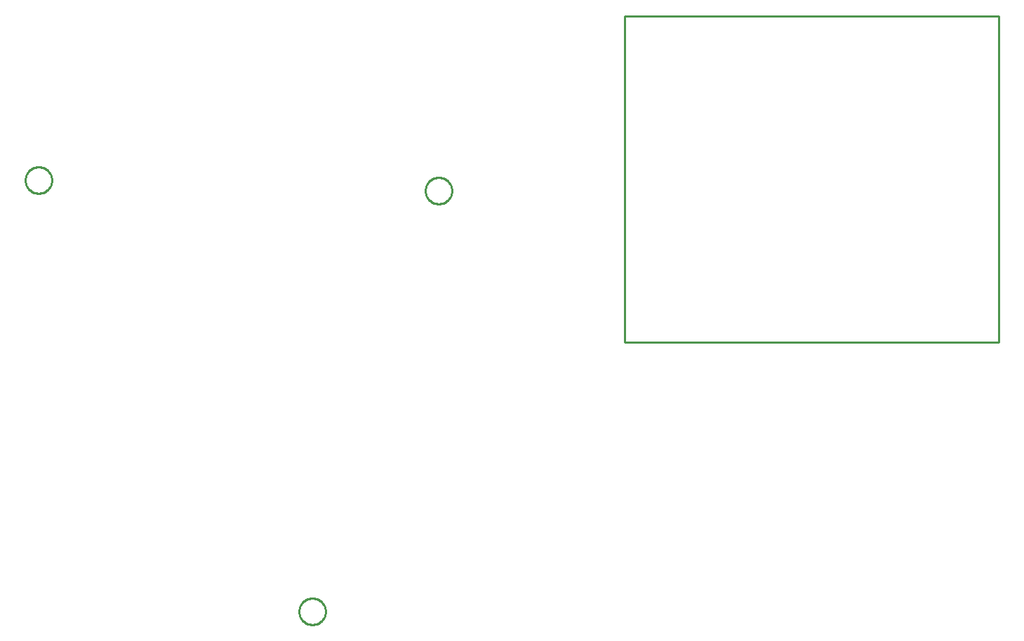
<source format=gko>
G04 EAGLE Gerber RS-274X export*
G75*
%MOMM*%
%FSLAX34Y34*%
%LPD*%
%INBoard Outline*%
%IPPOS*%
%AMOC8*
5,1,8,0,0,1.08239X$1,22.5*%
G01*
%ADD10C,0.000000*%
%ADD11C,0.254000*%


D10*
X-22860Y355600D02*
X428500Y355600D01*
X428500Y749200D01*
X-22860Y749200D01*
X-22860Y355600D01*
X-262775Y538400D02*
X-262770Y538790D01*
X-262756Y539179D01*
X-262732Y539568D01*
X-262699Y539956D01*
X-262656Y540343D01*
X-262603Y540729D01*
X-262541Y541114D01*
X-262470Y541497D01*
X-262389Y541878D01*
X-262299Y542257D01*
X-262200Y542634D01*
X-262091Y543008D01*
X-261974Y543380D01*
X-261847Y543748D01*
X-261711Y544113D01*
X-261567Y544475D01*
X-261413Y544833D01*
X-261251Y545187D01*
X-261080Y545538D01*
X-260901Y545883D01*
X-260713Y546225D01*
X-260516Y546561D01*
X-260312Y546893D01*
X-260100Y547220D01*
X-259879Y547541D01*
X-259651Y547857D01*
X-259415Y548167D01*
X-259172Y548471D01*
X-258921Y548769D01*
X-258663Y549061D01*
X-258397Y549346D01*
X-258125Y549625D01*
X-257846Y549897D01*
X-257561Y550163D01*
X-257269Y550421D01*
X-256971Y550672D01*
X-256667Y550915D01*
X-256357Y551151D01*
X-256041Y551379D01*
X-255720Y551600D01*
X-255393Y551812D01*
X-255061Y552016D01*
X-254725Y552213D01*
X-254383Y552401D01*
X-254038Y552580D01*
X-253687Y552751D01*
X-253333Y552913D01*
X-252975Y553067D01*
X-252613Y553211D01*
X-252248Y553347D01*
X-251880Y553474D01*
X-251508Y553591D01*
X-251134Y553700D01*
X-250757Y553799D01*
X-250378Y553889D01*
X-249997Y553970D01*
X-249614Y554041D01*
X-249229Y554103D01*
X-248843Y554156D01*
X-248456Y554199D01*
X-248068Y554232D01*
X-247679Y554256D01*
X-247290Y554270D01*
X-246900Y554275D01*
X-246510Y554270D01*
X-246121Y554256D01*
X-245732Y554232D01*
X-245344Y554199D01*
X-244957Y554156D01*
X-244571Y554103D01*
X-244186Y554041D01*
X-243803Y553970D01*
X-243422Y553889D01*
X-243043Y553799D01*
X-242666Y553700D01*
X-242292Y553591D01*
X-241920Y553474D01*
X-241552Y553347D01*
X-241187Y553211D01*
X-240825Y553067D01*
X-240467Y552913D01*
X-240113Y552751D01*
X-239762Y552580D01*
X-239417Y552401D01*
X-239075Y552213D01*
X-238739Y552016D01*
X-238407Y551812D01*
X-238080Y551600D01*
X-237759Y551379D01*
X-237443Y551151D01*
X-237133Y550915D01*
X-236829Y550672D01*
X-236531Y550421D01*
X-236239Y550163D01*
X-235954Y549897D01*
X-235675Y549625D01*
X-235403Y549346D01*
X-235137Y549061D01*
X-234879Y548769D01*
X-234628Y548471D01*
X-234385Y548167D01*
X-234149Y547857D01*
X-233921Y547541D01*
X-233700Y547220D01*
X-233488Y546893D01*
X-233284Y546561D01*
X-233087Y546225D01*
X-232899Y545883D01*
X-232720Y545538D01*
X-232549Y545187D01*
X-232387Y544833D01*
X-232233Y544475D01*
X-232089Y544113D01*
X-231953Y543748D01*
X-231826Y543380D01*
X-231709Y543008D01*
X-231600Y542634D01*
X-231501Y542257D01*
X-231411Y541878D01*
X-231330Y541497D01*
X-231259Y541114D01*
X-231197Y540729D01*
X-231144Y540343D01*
X-231101Y539956D01*
X-231068Y539568D01*
X-231044Y539179D01*
X-231030Y538790D01*
X-231025Y538400D01*
X-231030Y538010D01*
X-231044Y537621D01*
X-231068Y537232D01*
X-231101Y536844D01*
X-231144Y536457D01*
X-231197Y536071D01*
X-231259Y535686D01*
X-231330Y535303D01*
X-231411Y534922D01*
X-231501Y534543D01*
X-231600Y534166D01*
X-231709Y533792D01*
X-231826Y533420D01*
X-231953Y533052D01*
X-232089Y532687D01*
X-232233Y532325D01*
X-232387Y531967D01*
X-232549Y531613D01*
X-232720Y531262D01*
X-232899Y530917D01*
X-233087Y530575D01*
X-233284Y530239D01*
X-233488Y529907D01*
X-233700Y529580D01*
X-233921Y529259D01*
X-234149Y528943D01*
X-234385Y528633D01*
X-234628Y528329D01*
X-234879Y528031D01*
X-235137Y527739D01*
X-235403Y527454D01*
X-235675Y527175D01*
X-235954Y526903D01*
X-236239Y526637D01*
X-236531Y526379D01*
X-236829Y526128D01*
X-237133Y525885D01*
X-237443Y525649D01*
X-237759Y525421D01*
X-238080Y525200D01*
X-238407Y524988D01*
X-238739Y524784D01*
X-239075Y524587D01*
X-239417Y524399D01*
X-239762Y524220D01*
X-240113Y524049D01*
X-240467Y523887D01*
X-240825Y523733D01*
X-241187Y523589D01*
X-241552Y523453D01*
X-241920Y523326D01*
X-242292Y523209D01*
X-242666Y523100D01*
X-243043Y523001D01*
X-243422Y522911D01*
X-243803Y522830D01*
X-244186Y522759D01*
X-244571Y522697D01*
X-244957Y522644D01*
X-245344Y522601D01*
X-245732Y522568D01*
X-246121Y522544D01*
X-246510Y522530D01*
X-246900Y522525D01*
X-247290Y522530D01*
X-247679Y522544D01*
X-248068Y522568D01*
X-248456Y522601D01*
X-248843Y522644D01*
X-249229Y522697D01*
X-249614Y522759D01*
X-249997Y522830D01*
X-250378Y522911D01*
X-250757Y523001D01*
X-251134Y523100D01*
X-251508Y523209D01*
X-251880Y523326D01*
X-252248Y523453D01*
X-252613Y523589D01*
X-252975Y523733D01*
X-253333Y523887D01*
X-253687Y524049D01*
X-254038Y524220D01*
X-254383Y524399D01*
X-254725Y524587D01*
X-255061Y524784D01*
X-255393Y524988D01*
X-255720Y525200D01*
X-256041Y525421D01*
X-256357Y525649D01*
X-256667Y525885D01*
X-256971Y526128D01*
X-257269Y526379D01*
X-257561Y526637D01*
X-257846Y526903D01*
X-258125Y527175D01*
X-258397Y527454D01*
X-258663Y527739D01*
X-258921Y528031D01*
X-259172Y528329D01*
X-259415Y528633D01*
X-259651Y528943D01*
X-259879Y529259D01*
X-260100Y529580D01*
X-260312Y529907D01*
X-260516Y530239D01*
X-260713Y530575D01*
X-260901Y530917D01*
X-261080Y531262D01*
X-261251Y531613D01*
X-261413Y531967D01*
X-261567Y532325D01*
X-261711Y532687D01*
X-261847Y533052D01*
X-261974Y533420D01*
X-262091Y533792D01*
X-262200Y534166D01*
X-262299Y534543D01*
X-262389Y534922D01*
X-262470Y535303D01*
X-262541Y535686D01*
X-262603Y536071D01*
X-262656Y536457D01*
X-262699Y536844D01*
X-262732Y537232D01*
X-262756Y537621D01*
X-262770Y538010D01*
X-262775Y538400D01*
X-745375Y551100D02*
X-745370Y551490D01*
X-745356Y551879D01*
X-745332Y552268D01*
X-745299Y552656D01*
X-745256Y553043D01*
X-745203Y553429D01*
X-745141Y553814D01*
X-745070Y554197D01*
X-744989Y554578D01*
X-744899Y554957D01*
X-744800Y555334D01*
X-744691Y555708D01*
X-744574Y556080D01*
X-744447Y556448D01*
X-744311Y556813D01*
X-744167Y557175D01*
X-744013Y557533D01*
X-743851Y557887D01*
X-743680Y558238D01*
X-743501Y558583D01*
X-743313Y558925D01*
X-743116Y559261D01*
X-742912Y559593D01*
X-742700Y559920D01*
X-742479Y560241D01*
X-742251Y560557D01*
X-742015Y560867D01*
X-741772Y561171D01*
X-741521Y561469D01*
X-741263Y561761D01*
X-740997Y562046D01*
X-740725Y562325D01*
X-740446Y562597D01*
X-740161Y562863D01*
X-739869Y563121D01*
X-739571Y563372D01*
X-739267Y563615D01*
X-738957Y563851D01*
X-738641Y564079D01*
X-738320Y564300D01*
X-737993Y564512D01*
X-737661Y564716D01*
X-737325Y564913D01*
X-736983Y565101D01*
X-736638Y565280D01*
X-736287Y565451D01*
X-735933Y565613D01*
X-735575Y565767D01*
X-735213Y565911D01*
X-734848Y566047D01*
X-734480Y566174D01*
X-734108Y566291D01*
X-733734Y566400D01*
X-733357Y566499D01*
X-732978Y566589D01*
X-732597Y566670D01*
X-732214Y566741D01*
X-731829Y566803D01*
X-731443Y566856D01*
X-731056Y566899D01*
X-730668Y566932D01*
X-730279Y566956D01*
X-729890Y566970D01*
X-729500Y566975D01*
X-729110Y566970D01*
X-728721Y566956D01*
X-728332Y566932D01*
X-727944Y566899D01*
X-727557Y566856D01*
X-727171Y566803D01*
X-726786Y566741D01*
X-726403Y566670D01*
X-726022Y566589D01*
X-725643Y566499D01*
X-725266Y566400D01*
X-724892Y566291D01*
X-724520Y566174D01*
X-724152Y566047D01*
X-723787Y565911D01*
X-723425Y565767D01*
X-723067Y565613D01*
X-722713Y565451D01*
X-722362Y565280D01*
X-722017Y565101D01*
X-721675Y564913D01*
X-721339Y564716D01*
X-721007Y564512D01*
X-720680Y564300D01*
X-720359Y564079D01*
X-720043Y563851D01*
X-719733Y563615D01*
X-719429Y563372D01*
X-719131Y563121D01*
X-718839Y562863D01*
X-718554Y562597D01*
X-718275Y562325D01*
X-718003Y562046D01*
X-717737Y561761D01*
X-717479Y561469D01*
X-717228Y561171D01*
X-716985Y560867D01*
X-716749Y560557D01*
X-716521Y560241D01*
X-716300Y559920D01*
X-716088Y559593D01*
X-715884Y559261D01*
X-715687Y558925D01*
X-715499Y558583D01*
X-715320Y558238D01*
X-715149Y557887D01*
X-714987Y557533D01*
X-714833Y557175D01*
X-714689Y556813D01*
X-714553Y556448D01*
X-714426Y556080D01*
X-714309Y555708D01*
X-714200Y555334D01*
X-714101Y554957D01*
X-714011Y554578D01*
X-713930Y554197D01*
X-713859Y553814D01*
X-713797Y553429D01*
X-713744Y553043D01*
X-713701Y552656D01*
X-713668Y552268D01*
X-713644Y551879D01*
X-713630Y551490D01*
X-713625Y551100D01*
X-713630Y550710D01*
X-713644Y550321D01*
X-713668Y549932D01*
X-713701Y549544D01*
X-713744Y549157D01*
X-713797Y548771D01*
X-713859Y548386D01*
X-713930Y548003D01*
X-714011Y547622D01*
X-714101Y547243D01*
X-714200Y546866D01*
X-714309Y546492D01*
X-714426Y546120D01*
X-714553Y545752D01*
X-714689Y545387D01*
X-714833Y545025D01*
X-714987Y544667D01*
X-715149Y544313D01*
X-715320Y543962D01*
X-715499Y543617D01*
X-715687Y543275D01*
X-715884Y542939D01*
X-716088Y542607D01*
X-716300Y542280D01*
X-716521Y541959D01*
X-716749Y541643D01*
X-716985Y541333D01*
X-717228Y541029D01*
X-717479Y540731D01*
X-717737Y540439D01*
X-718003Y540154D01*
X-718275Y539875D01*
X-718554Y539603D01*
X-718839Y539337D01*
X-719131Y539079D01*
X-719429Y538828D01*
X-719733Y538585D01*
X-720043Y538349D01*
X-720359Y538121D01*
X-720680Y537900D01*
X-721007Y537688D01*
X-721339Y537484D01*
X-721675Y537287D01*
X-722017Y537099D01*
X-722362Y536920D01*
X-722713Y536749D01*
X-723067Y536587D01*
X-723425Y536433D01*
X-723787Y536289D01*
X-724152Y536153D01*
X-724520Y536026D01*
X-724892Y535909D01*
X-725266Y535800D01*
X-725643Y535701D01*
X-726022Y535611D01*
X-726403Y535530D01*
X-726786Y535459D01*
X-727171Y535397D01*
X-727557Y535344D01*
X-727944Y535301D01*
X-728332Y535268D01*
X-728721Y535244D01*
X-729110Y535230D01*
X-729500Y535225D01*
X-729890Y535230D01*
X-730279Y535244D01*
X-730668Y535268D01*
X-731056Y535301D01*
X-731443Y535344D01*
X-731829Y535397D01*
X-732214Y535459D01*
X-732597Y535530D01*
X-732978Y535611D01*
X-733357Y535701D01*
X-733734Y535800D01*
X-734108Y535909D01*
X-734480Y536026D01*
X-734848Y536153D01*
X-735213Y536289D01*
X-735575Y536433D01*
X-735933Y536587D01*
X-736287Y536749D01*
X-736638Y536920D01*
X-736983Y537099D01*
X-737325Y537287D01*
X-737661Y537484D01*
X-737993Y537688D01*
X-738320Y537900D01*
X-738641Y538121D01*
X-738957Y538349D01*
X-739267Y538585D01*
X-739571Y538828D01*
X-739869Y539079D01*
X-740161Y539337D01*
X-740446Y539603D01*
X-740725Y539875D01*
X-740997Y540154D01*
X-741263Y540439D01*
X-741521Y540731D01*
X-741772Y541029D01*
X-742015Y541333D01*
X-742251Y541643D01*
X-742479Y541959D01*
X-742700Y542280D01*
X-742912Y542607D01*
X-743116Y542939D01*
X-743313Y543275D01*
X-743501Y543617D01*
X-743680Y543962D01*
X-743851Y544313D01*
X-744013Y544667D01*
X-744167Y545025D01*
X-744311Y545387D01*
X-744447Y545752D01*
X-744574Y546120D01*
X-744691Y546492D01*
X-744800Y546866D01*
X-744899Y547243D01*
X-744989Y547622D01*
X-745070Y548003D01*
X-745141Y548386D01*
X-745203Y548771D01*
X-745256Y549157D01*
X-745299Y549544D01*
X-745332Y549932D01*
X-745356Y550321D01*
X-745370Y550710D01*
X-745375Y551100D01*
X-415175Y30400D02*
X-415170Y30790D01*
X-415156Y31179D01*
X-415132Y31568D01*
X-415099Y31956D01*
X-415056Y32343D01*
X-415003Y32729D01*
X-414941Y33114D01*
X-414870Y33497D01*
X-414789Y33878D01*
X-414699Y34257D01*
X-414600Y34634D01*
X-414491Y35008D01*
X-414374Y35380D01*
X-414247Y35748D01*
X-414111Y36113D01*
X-413967Y36475D01*
X-413813Y36833D01*
X-413651Y37187D01*
X-413480Y37538D01*
X-413301Y37883D01*
X-413113Y38225D01*
X-412916Y38561D01*
X-412712Y38893D01*
X-412500Y39220D01*
X-412279Y39541D01*
X-412051Y39857D01*
X-411815Y40167D01*
X-411572Y40471D01*
X-411321Y40769D01*
X-411063Y41061D01*
X-410797Y41346D01*
X-410525Y41625D01*
X-410246Y41897D01*
X-409961Y42163D01*
X-409669Y42421D01*
X-409371Y42672D01*
X-409067Y42915D01*
X-408757Y43151D01*
X-408441Y43379D01*
X-408120Y43600D01*
X-407793Y43812D01*
X-407461Y44016D01*
X-407125Y44213D01*
X-406783Y44401D01*
X-406438Y44580D01*
X-406087Y44751D01*
X-405733Y44913D01*
X-405375Y45067D01*
X-405013Y45211D01*
X-404648Y45347D01*
X-404280Y45474D01*
X-403908Y45591D01*
X-403534Y45700D01*
X-403157Y45799D01*
X-402778Y45889D01*
X-402397Y45970D01*
X-402014Y46041D01*
X-401629Y46103D01*
X-401243Y46156D01*
X-400856Y46199D01*
X-400468Y46232D01*
X-400079Y46256D01*
X-399690Y46270D01*
X-399300Y46275D01*
X-398910Y46270D01*
X-398521Y46256D01*
X-398132Y46232D01*
X-397744Y46199D01*
X-397357Y46156D01*
X-396971Y46103D01*
X-396586Y46041D01*
X-396203Y45970D01*
X-395822Y45889D01*
X-395443Y45799D01*
X-395066Y45700D01*
X-394692Y45591D01*
X-394320Y45474D01*
X-393952Y45347D01*
X-393587Y45211D01*
X-393225Y45067D01*
X-392867Y44913D01*
X-392513Y44751D01*
X-392162Y44580D01*
X-391817Y44401D01*
X-391475Y44213D01*
X-391139Y44016D01*
X-390807Y43812D01*
X-390480Y43600D01*
X-390159Y43379D01*
X-389843Y43151D01*
X-389533Y42915D01*
X-389229Y42672D01*
X-388931Y42421D01*
X-388639Y42163D01*
X-388354Y41897D01*
X-388075Y41625D01*
X-387803Y41346D01*
X-387537Y41061D01*
X-387279Y40769D01*
X-387028Y40471D01*
X-386785Y40167D01*
X-386549Y39857D01*
X-386321Y39541D01*
X-386100Y39220D01*
X-385888Y38893D01*
X-385684Y38561D01*
X-385487Y38225D01*
X-385299Y37883D01*
X-385120Y37538D01*
X-384949Y37187D01*
X-384787Y36833D01*
X-384633Y36475D01*
X-384489Y36113D01*
X-384353Y35748D01*
X-384226Y35380D01*
X-384109Y35008D01*
X-384000Y34634D01*
X-383901Y34257D01*
X-383811Y33878D01*
X-383730Y33497D01*
X-383659Y33114D01*
X-383597Y32729D01*
X-383544Y32343D01*
X-383501Y31956D01*
X-383468Y31568D01*
X-383444Y31179D01*
X-383430Y30790D01*
X-383425Y30400D01*
X-383430Y30010D01*
X-383444Y29621D01*
X-383468Y29232D01*
X-383501Y28844D01*
X-383544Y28457D01*
X-383597Y28071D01*
X-383659Y27686D01*
X-383730Y27303D01*
X-383811Y26922D01*
X-383901Y26543D01*
X-384000Y26166D01*
X-384109Y25792D01*
X-384226Y25420D01*
X-384353Y25052D01*
X-384489Y24687D01*
X-384633Y24325D01*
X-384787Y23967D01*
X-384949Y23613D01*
X-385120Y23262D01*
X-385299Y22917D01*
X-385487Y22575D01*
X-385684Y22239D01*
X-385888Y21907D01*
X-386100Y21580D01*
X-386321Y21259D01*
X-386549Y20943D01*
X-386785Y20633D01*
X-387028Y20329D01*
X-387279Y20031D01*
X-387537Y19739D01*
X-387803Y19454D01*
X-388075Y19175D01*
X-388354Y18903D01*
X-388639Y18637D01*
X-388931Y18379D01*
X-389229Y18128D01*
X-389533Y17885D01*
X-389843Y17649D01*
X-390159Y17421D01*
X-390480Y17200D01*
X-390807Y16988D01*
X-391139Y16784D01*
X-391475Y16587D01*
X-391817Y16399D01*
X-392162Y16220D01*
X-392513Y16049D01*
X-392867Y15887D01*
X-393225Y15733D01*
X-393587Y15589D01*
X-393952Y15453D01*
X-394320Y15326D01*
X-394692Y15209D01*
X-395066Y15100D01*
X-395443Y15001D01*
X-395822Y14911D01*
X-396203Y14830D01*
X-396586Y14759D01*
X-396971Y14697D01*
X-397357Y14644D01*
X-397744Y14601D01*
X-398132Y14568D01*
X-398521Y14544D01*
X-398910Y14530D01*
X-399300Y14525D01*
X-399690Y14530D01*
X-400079Y14544D01*
X-400468Y14568D01*
X-400856Y14601D01*
X-401243Y14644D01*
X-401629Y14697D01*
X-402014Y14759D01*
X-402397Y14830D01*
X-402778Y14911D01*
X-403157Y15001D01*
X-403534Y15100D01*
X-403908Y15209D01*
X-404280Y15326D01*
X-404648Y15453D01*
X-405013Y15589D01*
X-405375Y15733D01*
X-405733Y15887D01*
X-406087Y16049D01*
X-406438Y16220D01*
X-406783Y16399D01*
X-407125Y16587D01*
X-407461Y16784D01*
X-407793Y16988D01*
X-408120Y17200D01*
X-408441Y17421D01*
X-408757Y17649D01*
X-409067Y17885D01*
X-409371Y18128D01*
X-409669Y18379D01*
X-409961Y18637D01*
X-410246Y18903D01*
X-410525Y19175D01*
X-410797Y19454D01*
X-411063Y19739D01*
X-411321Y20031D01*
X-411572Y20329D01*
X-411815Y20633D01*
X-412051Y20943D01*
X-412279Y21259D01*
X-412500Y21580D01*
X-412712Y21907D01*
X-412916Y22239D01*
X-413113Y22575D01*
X-413301Y22917D01*
X-413480Y23262D01*
X-413651Y23613D01*
X-413813Y23967D01*
X-413967Y24325D01*
X-414111Y24687D01*
X-414247Y25052D01*
X-414374Y25420D01*
X-414491Y25792D01*
X-414600Y26166D01*
X-414699Y26543D01*
X-414789Y26922D01*
X-414870Y27303D01*
X-414941Y27686D01*
X-415003Y28071D01*
X-415056Y28457D01*
X-415099Y28844D01*
X-415132Y29232D01*
X-415156Y29621D01*
X-415170Y30010D01*
X-415175Y30400D01*
D11*
X-22860Y355600D02*
X428500Y355600D01*
X428500Y749200D01*
X-22860Y749200D01*
X-22860Y355600D01*
X-231025Y537880D02*
X-231093Y536843D01*
X-231229Y535813D01*
X-231431Y534793D01*
X-231700Y533789D01*
X-232035Y532805D01*
X-232432Y531845D01*
X-232892Y530913D01*
X-233412Y530012D01*
X-233989Y529148D01*
X-234622Y528324D01*
X-235307Y527542D01*
X-236042Y526807D01*
X-236824Y526122D01*
X-237648Y525489D01*
X-238512Y524912D01*
X-239413Y524392D01*
X-240345Y523932D01*
X-241305Y523535D01*
X-242289Y523200D01*
X-243293Y522931D01*
X-244313Y522729D01*
X-245343Y522593D01*
X-246380Y522525D01*
X-247420Y522525D01*
X-248457Y522593D01*
X-249487Y522729D01*
X-250507Y522931D01*
X-251511Y523200D01*
X-252495Y523535D01*
X-253455Y523932D01*
X-254387Y524392D01*
X-255288Y524912D01*
X-256152Y525489D01*
X-256976Y526122D01*
X-257758Y526807D01*
X-258493Y527542D01*
X-259178Y528324D01*
X-259811Y529148D01*
X-260388Y530012D01*
X-260908Y530913D01*
X-261368Y531845D01*
X-261765Y532805D01*
X-262100Y533789D01*
X-262369Y534793D01*
X-262571Y535813D01*
X-262707Y536843D01*
X-262775Y537880D01*
X-262775Y538920D01*
X-262707Y539957D01*
X-262571Y540987D01*
X-262369Y542007D01*
X-262100Y543011D01*
X-261765Y543995D01*
X-261368Y544955D01*
X-260908Y545887D01*
X-260388Y546788D01*
X-259811Y547652D01*
X-259178Y548476D01*
X-258493Y549258D01*
X-257758Y549993D01*
X-256976Y550678D01*
X-256152Y551311D01*
X-255288Y551888D01*
X-254387Y552408D01*
X-253455Y552868D01*
X-252495Y553265D01*
X-251511Y553600D01*
X-250507Y553869D01*
X-249487Y554071D01*
X-248457Y554207D01*
X-247420Y554275D01*
X-246380Y554275D01*
X-245343Y554207D01*
X-244313Y554071D01*
X-243293Y553869D01*
X-242289Y553600D01*
X-241305Y553265D01*
X-240345Y552868D01*
X-239413Y552408D01*
X-238512Y551888D01*
X-237648Y551311D01*
X-236824Y550678D01*
X-236042Y549993D01*
X-235307Y549258D01*
X-234622Y548476D01*
X-233989Y547652D01*
X-233412Y546788D01*
X-232892Y545887D01*
X-232432Y544955D01*
X-232035Y543995D01*
X-231700Y543011D01*
X-231431Y542007D01*
X-231229Y540987D01*
X-231093Y539957D01*
X-231025Y538920D01*
X-231025Y537880D01*
X-713625Y550580D02*
X-713693Y549543D01*
X-713829Y548513D01*
X-714031Y547493D01*
X-714300Y546489D01*
X-714635Y545505D01*
X-715032Y544545D01*
X-715492Y543613D01*
X-716012Y542712D01*
X-716589Y541848D01*
X-717222Y541024D01*
X-717907Y540242D01*
X-718642Y539507D01*
X-719424Y538822D01*
X-720248Y538189D01*
X-721112Y537612D01*
X-722013Y537092D01*
X-722945Y536632D01*
X-723905Y536235D01*
X-724889Y535900D01*
X-725893Y535631D01*
X-726913Y535429D01*
X-727943Y535293D01*
X-728980Y535225D01*
X-730020Y535225D01*
X-731057Y535293D01*
X-732087Y535429D01*
X-733107Y535631D01*
X-734111Y535900D01*
X-735095Y536235D01*
X-736055Y536632D01*
X-736987Y537092D01*
X-737888Y537612D01*
X-738752Y538189D01*
X-739576Y538822D01*
X-740358Y539507D01*
X-741093Y540242D01*
X-741778Y541024D01*
X-742411Y541848D01*
X-742988Y542712D01*
X-743508Y543613D01*
X-743968Y544545D01*
X-744365Y545505D01*
X-744700Y546489D01*
X-744969Y547493D01*
X-745171Y548513D01*
X-745307Y549543D01*
X-745375Y550580D01*
X-745375Y551620D01*
X-745307Y552657D01*
X-745171Y553687D01*
X-744969Y554707D01*
X-744700Y555711D01*
X-744365Y556695D01*
X-743968Y557655D01*
X-743508Y558587D01*
X-742988Y559488D01*
X-742411Y560352D01*
X-741778Y561176D01*
X-741093Y561958D01*
X-740358Y562693D01*
X-739576Y563378D01*
X-738752Y564011D01*
X-737888Y564588D01*
X-736987Y565108D01*
X-736055Y565568D01*
X-735095Y565965D01*
X-734111Y566300D01*
X-733107Y566569D01*
X-732087Y566771D01*
X-731057Y566907D01*
X-730020Y566975D01*
X-728980Y566975D01*
X-727943Y566907D01*
X-726913Y566771D01*
X-725893Y566569D01*
X-724889Y566300D01*
X-723905Y565965D01*
X-722945Y565568D01*
X-722013Y565108D01*
X-721112Y564588D01*
X-720248Y564011D01*
X-719424Y563378D01*
X-718642Y562693D01*
X-717907Y561958D01*
X-717222Y561176D01*
X-716589Y560352D01*
X-716012Y559488D01*
X-715492Y558587D01*
X-715032Y557655D01*
X-714635Y556695D01*
X-714300Y555711D01*
X-714031Y554707D01*
X-713829Y553687D01*
X-713693Y552657D01*
X-713625Y551620D01*
X-713625Y550580D01*
X-383425Y29880D02*
X-383493Y28843D01*
X-383629Y27813D01*
X-383831Y26793D01*
X-384100Y25789D01*
X-384435Y24805D01*
X-384832Y23845D01*
X-385292Y22913D01*
X-385812Y22012D01*
X-386389Y21148D01*
X-387022Y20324D01*
X-387707Y19542D01*
X-388442Y18807D01*
X-389224Y18122D01*
X-390048Y17489D01*
X-390912Y16912D01*
X-391813Y16392D01*
X-392745Y15932D01*
X-393705Y15535D01*
X-394689Y15200D01*
X-395693Y14931D01*
X-396713Y14729D01*
X-397743Y14593D01*
X-398780Y14525D01*
X-399820Y14525D01*
X-400857Y14593D01*
X-401887Y14729D01*
X-402907Y14931D01*
X-403911Y15200D01*
X-404895Y15535D01*
X-405855Y15932D01*
X-406787Y16392D01*
X-407688Y16912D01*
X-408552Y17489D01*
X-409376Y18122D01*
X-410158Y18807D01*
X-410893Y19542D01*
X-411578Y20324D01*
X-412211Y21148D01*
X-412788Y22012D01*
X-413308Y22913D01*
X-413768Y23845D01*
X-414165Y24805D01*
X-414500Y25789D01*
X-414769Y26793D01*
X-414971Y27813D01*
X-415107Y28843D01*
X-415175Y29880D01*
X-415175Y30920D01*
X-415107Y31957D01*
X-414971Y32987D01*
X-414769Y34007D01*
X-414500Y35011D01*
X-414165Y35995D01*
X-413768Y36955D01*
X-413308Y37887D01*
X-412788Y38788D01*
X-412211Y39652D01*
X-411578Y40476D01*
X-410893Y41258D01*
X-410158Y41993D01*
X-409376Y42678D01*
X-408552Y43311D01*
X-407688Y43888D01*
X-406787Y44408D01*
X-405855Y44868D01*
X-404895Y45265D01*
X-403911Y45600D01*
X-402907Y45869D01*
X-401887Y46071D01*
X-400857Y46207D01*
X-399820Y46275D01*
X-398780Y46275D01*
X-397743Y46207D01*
X-396713Y46071D01*
X-395693Y45869D01*
X-394689Y45600D01*
X-393705Y45265D01*
X-392745Y44868D01*
X-391813Y44408D01*
X-390912Y43888D01*
X-390048Y43311D01*
X-389224Y42678D01*
X-388442Y41993D01*
X-387707Y41258D01*
X-387022Y40476D01*
X-386389Y39652D01*
X-385812Y38788D01*
X-385292Y37887D01*
X-384832Y36955D01*
X-384435Y35995D01*
X-384100Y35011D01*
X-383831Y34007D01*
X-383629Y32987D01*
X-383493Y31957D01*
X-383425Y30920D01*
X-383425Y29880D01*
M02*

</source>
